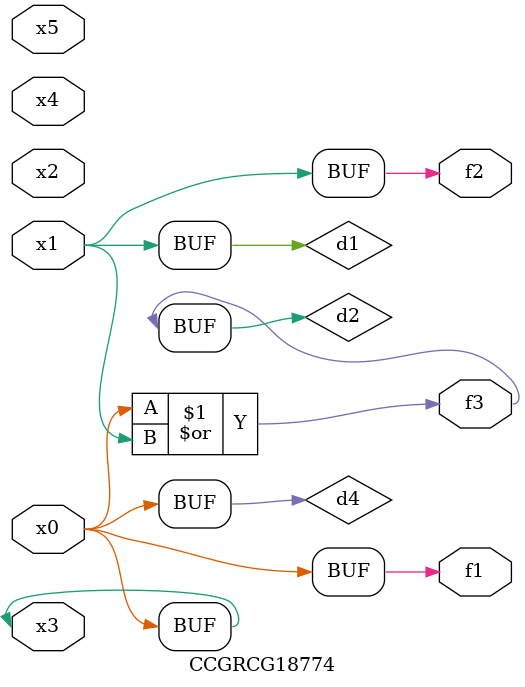
<source format=v>
module CCGRCG18774(
	input x0, x1, x2, x3, x4, x5,
	output f1, f2, f3
);

	wire d1, d2, d3, d4;

	and (d1, x1);
	or (d2, x0, x1);
	nand (d3, x0, x5);
	buf (d4, x0, x3);
	assign f1 = d4;
	assign f2 = d1;
	assign f3 = d2;
endmodule

</source>
